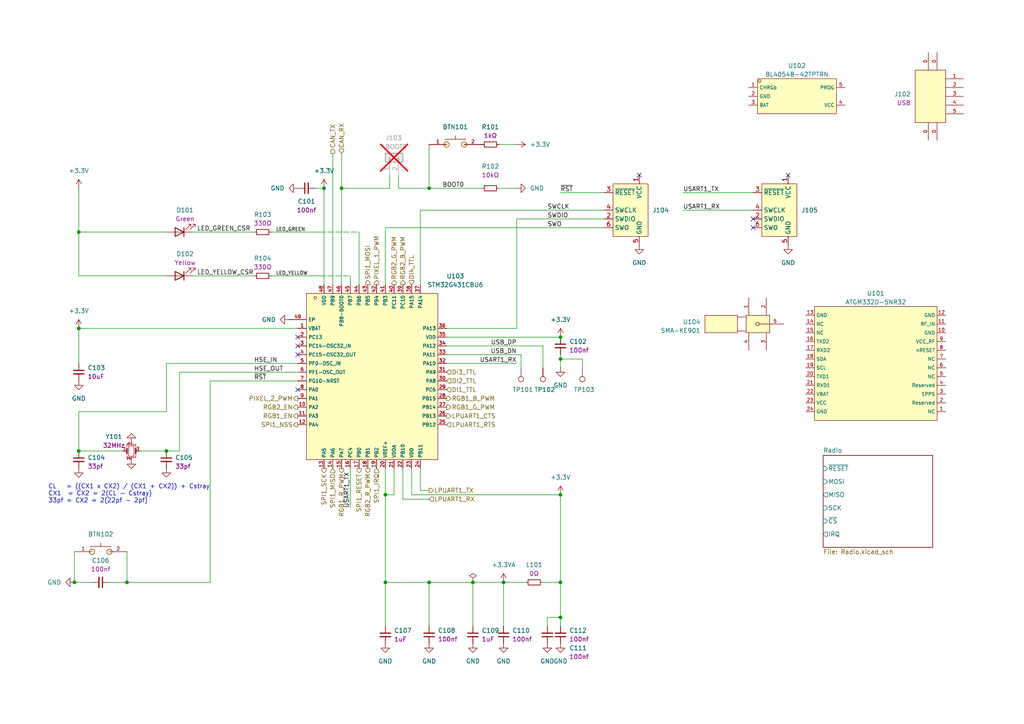
<source format=kicad_sch>
(kicad_sch (version 20230121) (generator eeschema)
  (paper "A4")
  (lib_symbols
    (symbol "Connector:Conn_ARM_SWD_TagConnect_TC2030" (in_bom no)
      (property "Reference" "J" (at 2.54 11.43 0))
      (property "Value" "Conn_ARM_SWD_TagConnect_TC2030" (at 5.08 8.89 0))
      (symbol "Conn_ARM_SWD_TagConnect_TC2030_0_0"
        (pin power_in line (at -2.54 10.16 270) (length 2.54) (name "VCC") (number "1"))
        (pin bidirectional line (at 7.62 -2.54 180) (length 2.54) (name "SWDIO") (number "2"))
        (pin open_collector line (at 7.62 5.08 180) (length 2.54) (name "~{RESET}") (number "3"))
        (pin output line (at 7.62 0 180) (length 2.54) (name "SWCLK") (number "4"))
        (pin power_in line (at -2.54 -10.16 90) (length 2.54) (name "GND") (number "5"))
        (pin input line (at 7.62 -5.08 180) (length 2.54) (name "SWO") (number "6"))
      )
      (symbol "Conn_ARM_SWD_TagConnect_TC2030_0_1"
        (rectangle (start -5.08 7.62) (end 5.08 -7.62) (fill (type background)))
      )
    )
    (symbol "Connector:Conn_ARM_SWD_TagConnect_TC2030-NL" (in_bom no)
      (property "Reference" "J" (at 2.54 11.43 0))
      (property "Value" "Conn_ARM_SWD_TagConnect_TC2030-NL" (at 2.54 8.89 0))
      (symbol "Conn_ARM_SWD_TagConnect_TC2030-NL_0_0"
        (pin power_in line (at -2.54 10.16 270) (length 2.54) (name "VCC") (number "1"))
        (pin bidirectional line (at 7.62 -2.54 180) (length 2.54) (name "SWDIO") (number "2"))
        (pin open_collector line (at 7.62 5.08 180) (length 2.54) (name "~{RESET}") (number "3"))
        (pin output line (at 7.62 0 180) (length 2.54) (name "SWCLK") (number "4"))
        (pin power_in line (at -2.54 -10.16 90) (length 2.54) (name "GND") (number "5"))
        (pin input line (at 7.62 -5.08 180) (length 2.54) (name "SWO") (number "6"))
      )
      (symbol "Conn_ARM_SWD_TagConnect_TC2030-NL_0_1"
        (rectangle (start -5.08 7.62) (end 5.08 -7.62) (fill (type background)))
      )
    )
    (symbol "Connector:TestPoint" (pin_numbers hide) (pin_names (offset 0.762) hide)
      (property "Reference" "TP" (at 0 6.858 0))
      (property "Value" "TestPoint" (at 0 5.08 0))
      (symbol "TestPoint_0_1"
        (circle (center 0 3.302) (radius 0.762))
      )
      (symbol "TestPoint_1_1"
        (pin passive line (at 0 0 90) (length 2.54) (name "1") (number "1"))
      )
    )
    (symbol "Connector_Generic:Conn_01x02" (pin_names (offset 1.016) hide)
      (property "Reference" "J" (at 0 2.54 0))
      (property "Value" "Conn_01x02" (at 0 -5.08 0))
      (symbol "Conn_01x02_1_1"
        (rectangle (start -1.27 -2.413) (end 0 -2.667) (stroke (width 0.1524)))
        (rectangle (start -1.27 0.127) (end 0 -0.127) (stroke (width 0.1524)))
        (rectangle (start -1.27 1.27) (end 1.27 -3.81) (stroke (width 0.254)) (fill (type background)))
        (pin passive line (at -5.08 0 0) (length 3.81) (name "Pin_1") (number "1"))
        (pin passive line (at -5.08 -2.54 0) (length 3.81) (name "Pin_2") (number "2"))
      )
    )
    (symbol "LCSC_Antenna:SMA-KE901" (pin_names hide)
      (property "Reference" "U" (at 0 1.27 0))
      (property "Value" "SMA-KE901" (at 0 -2.54 0))
      (symbol "SMA-KE901_0_1"
        (rectangle (start -15.24 2.54) (end -5.842 -2.54) (fill (type background)))
        (rectangle (start -3.302 2.54) (end 3.556 -2.54) (fill (type background)))
        (polyline (pts (xy -5.842 -2.032) (xy -3.302 -2.032)))
        (polyline (pts (xy -5.842 2.032) (xy -3.302 2.032)))
        (polyline (pts (xy 0.508 0) (xy 2.54 0)))
        (circle (center 0 0) (radius 0.508) (fill (type background)))
        (pin unspecified line (at -2.54 7.62 270) (length 5.08) (name "1") (number "1"))
        (pin unspecified line (at 2.54 7.62 270) (length 5.08) (name "2") (number "2"))
        (pin unspecified line (at 2.54 -7.62 90) (length 5.08) (name "3") (number "3"))
        (pin unspecified line (at -2.54 -7.62 90) (length 5.08) (name "4") (number "4"))
        (pin unspecified line (at 7.62 0 180) (length 5.08) (name "5") (number "5"))
      )
    )
    (symbol "LCSC_BatteryManagement:BL4054B-42TPTRN"
      (property "Reference" "U" (at 0 1.27 0))
      (property "Value" "BL4054B-42TPTRN" (at 0 -2.54 0))
      (symbol "BL4054B-42TPTRN_0_1"
        (rectangle (start -11.43 5.08) (end 11.43 -5.08) (fill (type background)))
        (circle (center -10.795 4.445) (radius 0.381) (fill (type background)))
        (pin unspecified line (at -13.97 2.54 0) (length 2.54) (name "CHRGb") (number "1"))
        (pin unspecified line (at -13.97 0 0) (length 2.54) (name "GND") (number "2"))
        (pin unspecified line (at -13.97 -2.54 0) (length 2.54) (name "BAT") (number "3"))
        (pin unspecified line (at 13.97 -2.54 180) (length 2.54) (name "VCC") (number "4"))
        (pin unspecified line (at 13.97 2.54 180) (length 2.54) (name "PROG") (number "5"))
      )
    )
    (symbol "LCSC_Capacitor:C_0402_100nf_X7R" (pin_numbers hide) (pin_names (offset 0.254) hide) (in_bom no)
      (property "Reference" "C" (at 0.254 1.778 0))
      (property "Capacitance" "100nf" (at 0 0 0))
      (symbol "C_0402_100nf_X7R_0_1"
        (polyline (pts (xy -1.524 -0.508) (xy 1.524 -0.508)) (stroke (width 0.3302)))
        (polyline (pts (xy -1.524 0.508) (xy 1.524 0.508)) (stroke (width 0.3048)))
      )
      (symbol "C_0402_100nf_X7R_1_1"
        (pin passive line (at 0 2.54 270) (length 2.032) (name "~") (number "1"))
        (pin passive line (at 0 -2.54 90) (length 2.032) (name "~") (number "2"))
      )
    )
    (symbol "LCSC_Capacitor:C_0402_1u_X5R" (pin_numbers hide) (pin_names (offset 0.254) hide) (in_bom no)
      (property "Reference" "C" (at 0.254 1.778 0))
      (property "Capacitance" "1uF" (at 0 0 0))
      (symbol "C_0402_1u_X5R_0_1"
        (polyline (pts (xy -1.524 -0.508) (xy 1.524 -0.508)) (stroke (width 0.3302)))
        (polyline (pts (xy -1.524 0.508) (xy 1.524 0.508)) (stroke (width 0.3048)))
      )
      (symbol "C_0402_1u_X5R_1_1"
        (pin passive line (at 0 2.54 270) (length 2.032) (name "~") (number "1"))
        (pin passive line (at 0 -2.54 90) (length 2.032) (name "~") (number "2"))
      )
    )
    (symbol "LCSC_Capacitor:C_0402_33p_C0G" (pin_numbers hide) (pin_names (offset 0.254) hide) (in_bom no)
      (property "Reference" "C" (at 0.254 1.778 0))
      (property "Capacitance" "33pf" (at 0 0 0))
      (symbol "C_0402_33p_C0G_0_1"
        (polyline (pts (xy -1.524 -0.508) (xy 1.524 -0.508)) (stroke (width 0.3302)))
        (polyline (pts (xy -1.524 0.508) (xy 1.524 0.508)) (stroke (width 0.3048)))
      )
      (symbol "C_0402_33p_C0G_1_1"
        (pin passive line (at 0 2.54 270) (length 2.032) (name "~") (number "1"))
        (pin passive line (at 0 -2.54 90) (length 2.032) (name "~") (number "2"))
      )
    )
    (symbol "LCSC_Capacitor:C_0805_10u_X5R" (pin_numbers hide) (pin_names (offset 0.254) hide) (in_bom no)
      (property "Reference" "C" (at 0.254 1.778 0))
      (property "Capacitance" "10uF" (at 0 0 0))
      (symbol "C_0805_10u_X5R_0_1"
        (polyline (pts (xy -1.524 -0.508) (xy 1.524 -0.508)) (stroke (width 0.3302)))
        (polyline (pts (xy -1.524 0.508) (xy 1.524 0.508)) (stroke (width 0.3048)))
      )
      (symbol "C_0805_10u_X5R_1_1"
        (pin passive line (at 0 2.54 270) (length 2.032) (name "~") (number "1"))
        (pin passive line (at 0 -2.54 90) (length 2.032) (name "~") (number "2"))
      )
    )
    (symbol "LCSC_Connector:u-m-m5ss-w-2" (pin_names hide)
      (property "Reference" "USB" (at 0 1.27 0))
      (property "Value" "u-m-m5ss-w-2" (at 0 -2.54 0))
      (symbol "u-m-m5ss-w-2_0_1"
        (rectangle (start -7.62 7.62) (end 1.27 -7.62) (fill (type background)))
        (pin passive line (at -3.81 -12.7 90) (length 5.08) (name "SHLD") (number "0"))
        (pin passive line (at -3.81 12.7 270) (length 5.08) (name "SHLD") (number "0"))
        (pin passive line (at -1.27 -12.7 90) (length 5.08) (name "SHLD") (number "0"))
        (pin passive line (at -1.27 12.7 270) (length 5.08) (name "SHLD") (number "0"))
        (pin passive line (at 6.35 5.08 180) (length 5.08) (name "VCC") (number "1"))
        (pin passive line (at 6.35 2.54 180) (length 5.08) (name "D-") (number "2"))
        (pin passive line (at 6.35 0 180) (length 5.08) (name "D+") (number "3"))
        (pin passive line (at 6.35 -2.54 180) (length 5.08) (name "ID") (number "4"))
        (pin passive line (at 6.35 -5.08 180) (length 5.08) (name "GND") (number "5"))
      )
    )
    (symbol "LCSC_Crystal:32_Mhz" (pin_names (offset 1.016) hide) (in_bom no)
      (property "Reference" "Y" (at 1.27 4.445 0))
      (property "Value" "32_Mhz" (at 1.27 2.54 0))
      (property "Frequency" "32MHz" (at 0 0 0))
      (symbol "32_Mhz_0_1"
        (rectangle (start -0.762 -1.524) (end 0.762 1.524))
        (polyline (pts (xy -1.27 -0.762) (xy -1.27 0.762)) (stroke (width 0.381)))
        (polyline (pts (xy 1.27 -0.762) (xy 1.27 0.762)) (stroke (width 0.381)))
        (polyline (pts (xy -1.27 -1.27) (xy -1.27 -1.905) (xy 1.27 -1.905) (xy 1.27 -1.27)))
        (polyline (pts (xy -1.27 1.27) (xy -1.27 1.905) (xy 1.27 1.905) (xy 1.27 1.27)))
      )
      (symbol "32_Mhz_1_1"
        (pin passive line (at -2.54 0 0) (length 1.27) (name "1") (number "1"))
        (pin passive line (at 0 -2.54 90) (length 0.635) (name "2") (number "2"))
        (pin passive line (at 2.54 0 180) (length 1.27) (name "3") (number "3"))
        (pin passive line (at 0 2.54 270) (length 0.635) (name "4") (number "4"))
      )
    )
    (symbol "LCSC_LED:LED_0603_GREEN" (pin_numbers hide) (pin_names (offset 1.016) hide) (in_bom no)
      (property "Reference" "D" (at 0 2.54 0))
      (property "Color" "Green" (at 0 0 0))
      (symbol "LED_0603_GREEN_0_1"
        (polyline (pts (xy -1.27 -1.27) (xy -1.27 1.27)) (stroke (width 0.254)))
        (polyline (pts (xy -1.27 0) (xy 1.27 0)))
        (polyline (pts (xy 1.27 -1.27) (xy 1.27 1.27) (xy -1.27 0) (xy 1.27 -1.27)) (stroke (width 0.254)))
        (polyline (pts (xy -3.048 -0.762) (xy -4.572 -2.286) (xy -3.81 -2.286) (xy -4.572 -2.286) (xy -4.572 -1.524)))
        (polyline (pts (xy -1.778 -0.762) (xy -3.302 -2.286) (xy -2.54 -2.286) (xy -3.302 -2.286) (xy -3.302 -1.524)))
      )
      (symbol "LED_0603_GREEN_1_1"
        (pin passive line (at -3.81 0 0) (length 2.54) (name "K") (number "1"))
        (pin passive line (at 3.81 0 180) (length 2.54) (name "A") (number "2"))
      )
    )
    (symbol "LCSC_LED:LED_0603_YELLOW" (pin_numbers hide) (pin_names (offset 1.016) hide) (in_bom no)
      (property "Reference" "D" (at 0 2.54 0))
      (property "Color" "Yellow" (at 0 0 0))
      (symbol "LED_0603_YELLOW_0_1"
        (polyline (pts (xy -1.27 -1.27) (xy -1.27 1.27)) (stroke (width 0.254)))
        (polyline (pts (xy -1.27 0) (xy 1.27 0)))
        (polyline (pts (xy 1.27 -1.27) (xy 1.27 1.27) (xy -1.27 0) (xy 1.27 -1.27)) (stroke (width 0.254)))
        (polyline (pts (xy -3.048 -0.762) (xy -4.572 -2.286) (xy -3.81 -2.286) (xy -4.572 -2.286) (xy -4.572 -1.524)))
        (polyline (pts (xy -1.778 -0.762) (xy -3.302 -2.286) (xy -2.54 -2.286) (xy -3.302 -2.286) (xy -3.302 -1.524)))
      )
      (symbol "LED_0603_YELLOW_1_1"
        (pin passive line (at -3.81 0 0) (length 2.54) (name "K") (number "1"))
        (pin passive line (at 3.81 0 180) (length 2.54) (name "A") (number "2"))
      )
    )
    (symbol "LCSC_Microcontroller:ATGM332D-5NR32"
      (property "Reference" "U" (at 0 1.27 0))
      (property "Value" "ATGM332D-5NR32" (at 0 -2.54 0))
      (symbol "ATGM332D-5NR32_0_1"
        (rectangle (start -17.78 17.78) (end 17.78 -15.24) (fill (type background)))
        (pin unspecified line (at 20.32 -12.7 180) (length 2.54) (name "NC") (number "1"))
        (pin unspecified line (at 20.32 10.16 180) (length 2.54) (name "GND") (number "10"))
        (pin unspecified line (at 20.32 12.7 180) (length 2.54) (name "RF_IN") (number "11"))
        (pin unspecified line (at 20.32 15.24 180) (length 2.54) (name "GND") (number "12"))
        (pin unspecified line (at -20.32 15.24 0) (length 2.54) (name "GND") (number "13"))
        (pin unspecified line (at -20.32 12.7 0) (length 2.54) (name "NC") (number "14"))
        (pin unspecified line (at -20.32 10.16 0) (length 2.54) (name "NC") (number "15"))
        (pin unspecified line (at -20.32 7.62 0) (length 2.54) (name "TXD2") (number "16"))
        (pin unspecified line (at -20.32 5.08 0) (length 2.54) (name "RXD2") (number "17"))
        (pin unspecified line (at -20.32 2.54 0) (length 2.54) (name "SDA") (number "18"))
        (pin unspecified line (at -20.32 0 0) (length 2.54) (name "SCL") (number "19"))
        (pin unspecified line (at 20.32 -10.16 180) (length 2.54) (name "Reserved") (number "2"))
        (pin unspecified line (at -20.32 -2.54 0) (length 2.54) (name "TXD1") (number "20"))
        (pin unspecified line (at -20.32 -5.08 0) (length 2.54) (name "RXD1") (number "21"))
        (pin unspecified line (at -20.32 -7.62 0) (length 2.54) (name "VBAT") (number "22"))
        (pin unspecified line (at -20.32 -10.16 0) (length 2.54) (name "VCC") (number "23"))
        (pin unspecified line (at -20.32 -12.7 0) (length 2.54) (name "GND") (number "24"))
        (pin unspecified line (at 20.32 -7.62 180) (length 2.54) (name "1PPS") (number "3"))
        (pin unspecified line (at 20.32 -5.08 180) (length 2.54) (name "Reserved") (number "4"))
        (pin unspecified line (at 20.32 -2.54 180) (length 2.54) (name "NC") (number "5"))
        (pin unspecified line (at 20.32 0 180) (length 2.54) (name "NC") (number "6"))
        (pin unspecified line (at 20.32 2.54 180) (length 2.54) (name "NC") (number "7"))
        (pin unspecified line (at 20.32 5.08 180) (length 2.54) (name "nRESET") (number "8"))
        (pin unspecified line (at 20.32 7.62 180) (length 2.54) (name "VCC_RF") (number "9"))
      )
    )
    (symbol "LCSC_Microcontroller:STM32G431CBU6"
      (property "Reference" "U" (at 0 15.24 0))
      (property "Value" "STM32G431CBU6" (at 0 11.43 0))
      (symbol "STM32G431CBU6_0_1"
        (rectangle (start -20.32 24.13) (end 17.78 -24.13) (fill (type background)))
        (circle (center -17.78 22.86) (radius 0.381) (fill (type background)))
        (pin power_in line (at -22.86 13.97 0) (length 2.54) (name "VBAT") (number "1"))
        (pin bidirectional line (at -22.86 -8.89 0) (length 2.54) (name "PA2") (number "10"))
        (pin bidirectional line (at -22.86 -11.43 0) (length 2.54) (name "PA3") (number "11"))
        (pin bidirectional line (at -22.86 -13.97 0) (length 2.54) (name "PA4") (number "12"))
        (pin bidirectional line (at -15.24 -26.67 90) (length 2.54) (name "PA5") (number "13"))
        (pin bidirectional line (at -12.7 -26.67 90) (length 2.54) (name "PA6") (number "14"))
        (pin bidirectional line (at -10.16 -26.67 90) (length 2.54) (name "PA7") (number "15"))
        (pin bidirectional line (at -7.62 -26.67 90) (length 2.54) (name "PC4") (number "16"))
        (pin bidirectional line (at -5.08 -26.67 90) (length 2.54) (name "PB0") (number "17"))
        (pin bidirectional line (at -2.54 -26.67 90) (length 2.54) (name "PB1") (number "18"))
        (pin bidirectional line (at 0 -26.67 90) (length 2.54) (name "PB2") (number "19"))
        (pin bidirectional line (at -22.86 11.43 0) (length 2.54) (name "PC13") (number "2"))
        (pin power_in line (at 2.54 -26.67 90) (length 2.54) (name "VREF+") (number "20"))
        (pin power_in line (at 5.08 -26.67 90) (length 2.54) (name "VDDA") (number "21"))
        (pin bidirectional line (at 7.62 -26.67 90) (length 2.54) (name "PB10") (number "22"))
        (pin power_in line (at 10.16 -26.67 90) (length 2.54) (name "VDD") (number "23"))
        (pin bidirectional line (at 12.7 -26.67 90) (length 2.54) (name "PB11") (number "24"))
        (pin bidirectional line (at 20.32 -13.97 180) (length 2.54) (name "PB12") (number "25"))
        (pin bidirectional line (at 20.32 -11.43 180) (length 2.54) (name "PB13") (number "26"))
        (pin bidirectional line (at 20.32 -8.89 180) (length 2.54) (name "PB14") (number "27"))
        (pin bidirectional line (at 20.32 -6.35 180) (length 2.54) (name "PB15") (number "28"))
        (pin bidirectional line (at 20.32 -3.81 180) (length 2.54) (name "PC6") (number "29"))
        (pin bidirectional line (at -22.86 8.89 0) (length 2.54) (name "PC14-OSC32_IN") (number "3"))
        (pin bidirectional line (at 20.32 -1.27 180) (length 2.54) (name "PA8") (number "30"))
        (pin bidirectional line (at 20.32 1.27 180) (length 2.54) (name "PA9") (number "31"))
        (pin bidirectional line (at 20.32 3.81 180) (length 2.54) (name "PA10") (number "32"))
        (pin bidirectional line (at 20.32 6.35 180) (length 2.54) (name "PA11") (number "33"))
        (pin bidirectional line (at 20.32 8.89 180) (length 2.54) (name "PA12") (number "34"))
        (pin power_in line (at 20.32 11.43 180) (length 2.54) (name "VDD") (number "35"))
        (pin bidirectional line (at 20.32 13.97 180) (length 2.54) (name "PA13") (number "36"))
        (pin bidirectional line (at 12.7 26.67 270) (length 2.54) (name "PA14") (number "37"))
        (pin bidirectional line (at 10.16 26.67 270) (length 2.54) (name "PA15") (number "38"))
        (pin bidirectional line (at 7.62 26.67 270) (length 2.54) (name "PC10") (number "39"))
        (pin bidirectional line (at -22.86 6.35 0) (length 2.54) (name "PC15-OSC32_OUT") (number "4"))
        (pin bidirectional line (at 5.08 26.67 270) (length 2.54) (name "PC11") (number "40"))
        (pin bidirectional line (at 2.54 26.67 270) (length 2.54) (name "PB3") (number "41"))
        (pin bidirectional line (at 0 26.67 270) (length 2.54) (name "PB4") (number "42"))
        (pin bidirectional line (at -2.54 26.67 270) (length 2.54) (name "PB5") (number "43"))
        (pin bidirectional line (at -5.08 26.67 270) (length 2.54) (name "PB6") (number "44"))
        (pin bidirectional line (at -7.62 26.67 270) (length 2.54) (name "PB7") (number "45"))
        (pin bidirectional line (at -10.16 26.67 270) (length 2.54) (name "PB8-BOOT0") (number "46"))
        (pin bidirectional line (at -12.7 26.67 270) (length 2.54) (name "PB9") (number "47"))
        (pin power_in line (at -15.24 26.67 270) (length 2.54) (name "VDD") (number "48"))
        (pin power_in line (at -25.4 16.51 0) (length 5.08) (name "EP") (number "49"))
        (pin bidirectional line (at -22.86 3.81 0) (length 2.54) (name "PF0-OSC_IN") (number "5"))
        (pin bidirectional line (at -22.86 1.27 0) (length 2.54) (name "PF1-OSC_OUT") (number "6"))
        (pin bidirectional line (at -22.86 -1.27 0) (length 2.54) (name "PG10-NRST") (number "7"))
        (pin bidirectional line (at -22.86 -3.81 0) (length 2.54) (name "PA0") (number "8"))
        (pin bidirectional line (at -22.86 -6.35 0) (length 2.54) (name "PA1") (number "9"))
      )
    )
    (symbol "LCSC_Resistor:R_0402_0" (pin_numbers hide) (pin_names (offset 0.254) hide) (in_bom no)
      (property "Reference" "R" (at 0.762 0.508 0))
      (property "Resistance" "0Ω" (at 0 0 0))
      (symbol "R_0402_0_0_1"
        (rectangle (start -0.762 1.778) (end 0.762 -1.778) (stroke (width 0.2032)))
      )
      (symbol "R_0402_0_1_1"
        (pin passive line (at 0 2.54 270) (length 0.762) (name "~") (number "1"))
        (pin passive line (at 0 -2.54 90) (length 0.762) (name "~") (number "2"))
      )
    )
    (symbol "LCSC_Resistor:R_0402_10k" (pin_numbers hide) (pin_names (offset 0.254) hide) (in_bom no)
      (property "Reference" "R" (at 0.762 0.508 0))
      (property "Resistance" "10kΩ" (at 0 0 0))
      (symbol "R_0402_10k_0_1"
        (rectangle (start -0.762 1.778) (end 0.762 -1.778) (stroke (width 0.2032)))
      )
      (symbol "R_0402_10k_1_1"
        (pin passive line (at 0 2.54 270) (length 0.762) (name "~") (number "1"))
        (pin passive line (at 0 -2.54 90) (length 0.762) (name "~") (number "2"))
      )
    )
    (symbol "LCSC_Resistor:R_0402_1k" (pin_numbers hide) (pin_names (offset 0.254) hide) (in_bom no)
      (property "Reference" "R" (at 0.762 0.508 0))
      (property "Resistance" "1kΩ" (at 0 0 0))
      (symbol "R_0402_1k_0_1"
        (rectangle (start -0.762 1.778) (end 0.762 -1.778) (stroke (width 0.2032)))
      )
      (symbol "R_0402_1k_1_1"
        (pin passive line (at 0 2.54 270) (length 0.762) (name "~") (number "1"))
        (pin passive line (at 0 -2.54 90) (length 0.762) (name "~") (number "2"))
      )
    )
    (symbol "LCSC_Resistor:R_0603_330" (pin_numbers hide) (pin_names (offset 0.254) hide) (in_bom no)
      (property "Reference" "R" (at 0.762 0.508 0))
      (property "Resistance" "330Ω" (at 0 0 0))
      (symbol "R_0603_330_0_1"
        (rectangle (start -0.762 1.778) (end 0.762 -1.778) (stroke (width 0.2032)))
      )
      (symbol "R_0603_330_1_1"
        (pin passive line (at 0 2.54 270) (length 0.762) (name "~") (number "1"))
        (pin passive line (at 0 -2.54 90) (length 0.762) (name "~") (number "2"))
      )
    )
    (symbol "LCSC_Tactile_Switch:GT-TC029B-H025-L1N" (pin_names hide)
      (property "Reference" "BTN" (at 0 3.81 0))
      (property "MPN" "GT-TC029B-H025-L1N" (at 0 0 0))
      (symbol "GT-TC029B-H025-L1N_0_1"
        (circle (center -2.54 0) (radius 0.762) (fill (type background)))
        (polyline (pts (xy -3.048 1.524) (xy 3.048 1.524)))
        (polyline (pts (xy 0 1.524) (xy 0 2.54)))
        (circle (center 2.54 0) (radius 0.762) (fill (type background)))
        (pin passive line (at -7.62 0 0) (length 5.08) (name "1") (number "1"))
        (pin passive line (at 7.62 0 180) (length 5.08) (name "2") (number "2"))
      )
    )
    (symbol "power:+3.3V" (power) (pin_names (offset 0))
      (property "Value" "+3.3V" (at 0 3.556 0))
      (symbol "+3.3V_0_1"
        (polyline (pts (xy -0.762 1.27) (xy 0 2.54)))
        (polyline (pts (xy 0 0) (xy 0 2.54)))
        (polyline (pts (xy 0 2.54) (xy 0.762 1.27)))
      )
      (symbol "+3.3V_1_1"
        (pin power_in line (at 0 0 90) (length 0) hide (name "+3.3V") (number "1"))
      )
    )
    (symbol "power:+3.3VA" (power) (pin_names (offset 0))
      (property "Value" "+3.3VA" (at 0 3.556 0))
      (symbol "+3.3VA_0_1"
        (polyline (pts (xy -0.762 1.27) (xy 0 2.54)))
        (polyline (pts (xy 0 0) (xy 0 2.54)))
        (polyline (pts (xy 0 2.54) (xy 0.762 1.27)))
      )
      (symbol "+3.3VA_1_1"
        (pin power_in line (at 0 0 90) (length 0) hide (name "+3.3VA") (number "1"))
      )
    )
    (symbol "power:GND" (power) (pin_names (offset 0))
      (property "Value" "GND" (at 0 -3.81 0))
      (symbol "GND_0_1"
        (polyline (pts (xy 0 0) (xy 0 -1.27) (xy 1.27 -1.27) (xy 0 -2.54) (xy -1.27 -1.27) (xy 0 -1.27)))
      )
      (symbol "GND_1_1"
        (pin power_in line (at 0 0 270) (length 0) hide (name "GND") (number "1"))
      )
    )
    (symbol "power:PWR_FLAG" (power) (pin_numbers hide) (pin_names (offset 0) hide)
      (property "Value" "PWR_FLAG" (at 0 3.81 0))
      (symbol "PWR_FLAG_0_0"
        (pin power_out line (at 0 0 90) (length 0) (name "pwr") (number "1"))
      )
      (symbol "PWR_FLAG_0_1"
        (polyline (pts (xy 0 0) (xy 0 1.27) (xy -1.016 1.905) (xy 0 2.54) (xy 1.016 1.905) (xy 0 1.27)))
      )
    )
  )
  (junction (at 162.56 168.91))
  (junction (at 124.46 168.91))
  (junction (at 22.86 67.31))
  (junction (at 111.76 168.91))
  (junction (at 162.56 179.07))
  (junction (at 162.56 143.51))
  (junction (at 137.16 168.91))
  (junction (at 99.06 54.61))
  (junction (at 22.86 95.25))
  (junction (at 146.05 168.91))
  (junction (at 111.76 143.51))
  (junction (at 93.98 54.61))
  (junction (at 124.46 54.61))
  (junction (at 36.83 168.91))
  (junction (at 48.26 130.81))
  (junction (at 22.86 130.81))
  (junction (at 21.59 168.91))
  (junction (at 162.56 97.79))
  (junction (at 162.56 104.14))
  (no_connect (at 86.36 100.33))
  (no_connect (at 86.36 102.87))
  (no_connect (at 185.42 50.8))
  (no_connect (at 86.36 97.79))
  (no_connect (at 86.36 113.03))
  (no_connect (at 218.44 63.5))
  (no_connect (at 218.44 66.04))
  (no_connect (at 228.6 50.8))
  (wire (pts (xy 198.12 55.88) (xy 218.44 55.88)))
  (wire (pts (xy 162.56 104.14) (xy 168.91 104.14)))
  (wire (pts (xy 115.57 50.8) (xy 115.57 54.61)))
  (wire (pts (xy 55.88 67.31) (xy 73.66 67.31)))
  (wire (pts (xy 168.91 104.14) (xy 168.91 106.68)))
  (wire (pts (xy 121.92 60.96) (xy 175.26 60.96)))
  (wire (pts (xy 129.54 100.33) (xy 157.48 100.33)))
  (wire (pts (xy 158.75 179.07) (xy 162.56 179.07)))
  (wire (pts (xy 137.16 181.61) (xy 137.16 168.91)))
  (wire (pts (xy 162.56 181.61) (xy 162.56 179.07)))
  (wire (pts (xy 92.71 80.01) (xy 101.6 80.01)) (stroke (width 0) (type dash)))
  (wire (pts (xy 162.56 143.51) (xy 162.56 168.91)))
  (wire (pts (xy 111.76 143.51) (xy 111.76 168.91)))
  (wire (pts (xy 86.36 110.49) (xy 60.96 110.49)))
  (wire (pts (xy 124.46 54.61) (xy 139.7 54.61)))
  (wire (pts (xy 78.74 67.31) (xy 92.71 67.31)))
  (wire (pts (xy 93.98 54.61) (xy 93.98 82.55)))
  (wire (pts (xy 162.56 143.51) (xy 119.38 143.51)))
  (wire (pts (xy 101.6 147.32) (xy 101.6 135.89)))
  (wire (pts (xy 124.46 168.91) (xy 111.76 168.91)))
  (wire (pts (xy 52.07 130.81) (xy 52.07 107.95)))
  (wire (pts (xy 144.78 54.61) (xy 149.86 54.61)))
  (wire (pts (xy 111.76 168.91) (xy 111.76 181.61)))
  (wire (pts (xy 22.86 105.41) (xy 22.86 95.25)))
  (wire (pts (xy 157.48 168.91) (xy 162.56 168.91)))
  (wire (pts (xy 158.75 181.61) (xy 158.75 179.07)))
  (wire (pts (xy 121.92 142.24) (xy 121.92 135.89)))
  (wire (pts (xy 121.92 82.55) (xy 121.92 60.96)))
  (wire (pts (xy 149.86 63.5) (xy 175.26 63.5)))
  (wire (pts (xy 149.86 95.25) (xy 149.86 63.5)))
  (wire (pts (xy 21.59 160.02) (xy 21.59 168.91)))
  (wire (pts (xy 129.54 97.79) (xy 162.56 97.79)))
  (wire (pts (xy 99.06 44.45) (xy 99.06 54.61)))
  (wire (pts (xy 104.14 67.31) (xy 104.14 82.55)))
  (wire (pts (xy 22.86 130.81) (xy 35.56 130.81)))
  (wire (pts (xy 144.78 41.91) (xy 149.86 41.91)))
  (wire (pts (xy 124.46 144.78) (xy 116.84 144.78)))
  (wire (pts (xy 52.07 107.95) (xy 86.36 107.95)))
  (wire (pts (xy 111.76 66.04) (xy 111.76 82.55)))
  (wire (pts (xy 48.26 105.41) (xy 86.36 105.41)))
  (wire (pts (xy 162.56 106.68) (xy 162.56 104.14)))
  (wire (pts (xy 162.56 179.07) (xy 162.56 168.91)))
  (wire (pts (xy 22.86 119.38) (xy 48.26 119.38)))
  (wire (pts (xy 22.86 130.81) (xy 22.86 119.38)))
  (wire (pts (xy 119.38 143.51) (xy 119.38 135.89)))
  (wire (pts (xy 175.26 66.04) (xy 111.76 66.04)))
  (wire (pts (xy 157.48 100.33) (xy 157.48 106.68)))
  (wire (pts (xy 36.83 160.02) (xy 36.83 168.91)))
  (wire (pts (xy 124.46 142.24) (xy 121.92 142.24)))
  (wire (pts (xy 115.57 54.61) (xy 124.46 54.61)))
  (wire (pts (xy 60.96 168.91) (xy 36.83 168.91)))
  (wire (pts (xy 129.54 95.25) (xy 149.86 95.25)))
  (wire (pts (xy 60.96 110.49) (xy 60.96 168.91)))
  (wire (pts (xy 48.26 105.41) (xy 48.26 119.38)))
  (wire (pts (xy 111.76 143.51) (xy 114.3 143.51)))
  (wire (pts (xy 22.86 67.31) (xy 48.26 67.31)))
  (wire (pts (xy 146.05 181.61) (xy 146.05 168.91)))
  (wire (pts (xy 55.88 80.01) (xy 73.66 80.01)))
  (wire (pts (xy 111.76 135.89) (xy 111.76 143.51)))
  (wire (pts (xy 162.56 104.14) (xy 162.56 102.87)))
  (wire (pts (xy 93.98 54.61) (xy 91.44 54.61)))
  (wire (pts (xy 146.05 168.91) (xy 137.16 168.91)))
  (wire (pts (xy 36.83 168.91) (xy 31.75 168.91)))
  (wire (pts (xy 78.74 80.01) (xy 92.71 80.01)))
  (wire (pts (xy 116.84 135.89) (xy 116.84 144.78)))
  (wire (pts (xy 151.13 106.68) (xy 151.13 102.87)))
  (wire (pts (xy 101.6 80.01) (xy 101.6 82.55)))
  (wire (pts (xy 92.71 67.31) (xy 104.14 67.31)) (stroke (width 0) (type dash)))
  (wire (pts (xy 22.86 54.61) (xy 22.86 67.31)))
  (wire (pts (xy 146.05 168.91) (xy 152.4 168.91)))
  (wire (pts (xy 96.52 44.45) (xy 96.52 82.55)))
  (wire (pts (xy 137.16 168.91) (xy 124.46 168.91)))
  (wire (pts (xy 22.86 80.01) (xy 48.26 80.01)))
  (wire (pts (xy 40.64 130.81) (xy 48.26 130.81)))
  (wire (pts (xy 48.26 130.81) (xy 52.07 130.81)))
  (wire (pts (xy 113.03 50.8) (xy 113.03 54.61)))
  (wire (pts (xy 162.56 55.88) (xy 175.26 55.88)))
  (wire (pts (xy 218.44 60.96) (xy 198.12 60.96)))
  (wire (pts (xy 99.06 54.61) (xy 99.06 82.55)))
  (wire (pts (xy 124.46 41.91) (xy 124.46 54.61)))
  (wire (pts (xy 22.86 95.25) (xy 86.36 95.25)))
  (wire (pts (xy 22.86 67.31) (xy 22.86 80.01)))
  (wire (pts (xy 21.59 168.91) (xy 26.67 168.91)))
  (wire (pts (xy 124.46 181.61) (xy 124.46 168.91)))
  (wire (pts (xy 99.06 54.61) (xy 113.03 54.61)))
  (wire (pts (xy 114.3 135.89) (xy 114.3 143.51)))
  (wire (pts (xy 129.54 102.87) (xy 151.13 102.87)))
  (wire (pts (xy 129.54 105.41) (xy 149.86 105.41)))
  (text "CL   = ((CX1 x CX2) / (CX1 + CX2)) + Cstray\nCX1  = CX2 = 2(CL - Cstray)\n33pf = CX2 = 2(22pf - 2pf)" (at 13.97 146.05 0) (effects (font (size 1.27 1.27)) (justify left bottom)))
  (label "LED_YELLOW" (at 80.01 80.01 0) (effects (font (size 1 1))) (property "Netclass" "GPIO" (effects hide)))
  (label "USART1_RX" (at 198.12 60.96 0) (property "Netclass" "UART" (effects hide)))
  (label "LED_GREEN_CSR" (at 57.15 67.31 0) (property "Netclass" "GPIO" (effects hide)))
  (label "HSE_IN" (at 73.66 105.41 0))
  (label "~{RST}" (at 162.56 55.88 0) (property "Netclass" "GPIO" (effects hide)))
  (label "USART1_RX" (at 149.86 105.41 180))
  (label "USB_DP" (at 149.86 100.33 180) (property "Netclass" "USB" (effects hide)))
  (label "USART1_TX" (at 101.6 147.32 90))
  (label "USART1_TX" (at 198.12 55.88 0) (property "Netclass" "UART" (effects hide)))
  (label "SWCLK" (at 158.75 60.96 0) (property "Netclass" "SPI" (effects hide)))
  (label "USB_DN" (at 149.86 102.87 180) (property "Netclass" "USB" (effects hide)))
  (label "LED_GREEN" (at 80.01 67.31 0) (effects (font (size 1 1))) (property "Netclass" "GPIO" (effects hide)))
  (label "BOOT0" (at 134.62 54.61 180) (property "Netclass" "GPIO" (effects hide)))
  (label "LED_YELLOW_CSR" (at 57.15 80.01 0) (property "Netclass" "GPIO" (effects hide)))
  (label "HSE_OUT" (at 73.66 107.95 0))
  (label "~{RST}" (at 73.66 110.49 0))
  (label "SWO" (at 158.75 66.04 0) (property "Netclass" "SPI" (effects hide)))
  (label "SWDIO" (at 158.75 63.5 0) (property "Netclass" "SPI" (effects hide)))
  (hierarchical_label "SPI1_SCK" (shape output) (at 93.98 135.89 270))
  (hierarchical_label "LPUART1_RX" (shape input) (at 124.46 144.78 0))
  (hierarchical_label "DI4_TTL" (shape input) (at 119.38 82.55 90))
  (hierarchical_label "DI3_TTL" (shape input) (at 129.54 107.95 0))
  (hierarchical_label "PIXEL_2_PWM" (shape output) (at 86.36 115.57 180))
  (hierarchical_label "SPI1_NSS" (shape output) (at 86.36 123.19 180))
  (hierarchical_label "LPUART1_CTS" (shape output) (at 129.54 120.65 0))
  (hierarchical_label "SPI1_MOSI" (shape output) (at 106.68 82.55 90))
  (hierarchical_label "RGB2_EN" (shape output) (at 86.36 118.11 180))
  (hierarchical_label "RGB2_B_PWM" (shape output) (at 116.84 82.55 90))
  (hierarchical_label "RGB1_R_PWM" (shape output) (at 99.06 135.89 270))
  (hierarchical_label "RGB2_R_PWM" (shape output) (at 106.68 135.89 270))
  (hierarchical_label "CAN_TX" (shape output) (at 96.52 44.45 90))
  (hierarchical_label "RGB1_EN" (shape output) (at 86.36 120.65 180))
  (hierarchical_label "LPUART1_RTS" (shape input) (at 129.54 123.19 0))
  (hierarchical_label "CAN_RX" (shape input) (at 99.06 44.45 90))
  (hierarchical_label "RGB2_G_PWM" (shape output) (at 114.3 82.55 90))
  (hierarchical_label "DI2_TTL" (shape input) (at 129.54 110.49 0))
  (hierarchical_label "RGB1_G_PWM" (shape output) (at 129.54 118.11 0))
  (hierarchical_label "SPI1_MISO" (shape input) (at 96.52 135.89 270))
  (hierarchical_label "DI1_TTL" (shape input) (at 129.54 113.03 0))
  (hierarchical_label "SPI1_IRQ" (shape input) (at 109.22 135.89 270))
  (hierarchical_label "LPUART1_TX" (shape output) (at 124.46 142.24 0))
  (hierarchical_label "SPI1_RESET" (shape output) (at 104.14 135.89 270))
  (hierarchical_label "PIXEL_1_PWM" (shape output) (at 109.22 82.55 90))
  (hierarchical_label "RGB1_B_PWM" (shape output) (at 129.54 115.57 0))
  (symbol (lib_id "LCSC_Resistor:R_0402_10k") (at 142.24 54.61 90) (unit 1)
    (property "Reference" "R102" (at 142.24 48.26 90))
    (property "Value" "R_0402_10k" (effects hide))
    (property "Footprint" "Resistor_SMD:R_0402_1005Metric" (effects hide))
    (property "Datasheet" "https://datasheet.lcsc.com/lcsc/2109301330_Viking-Tech-ARG02BTC1002_C2902636.pdf" (effects hide))
    (property "MPN" "ARG02BTC1002" (effects hide))
    (property "LCSC" "C2902636" (effects hide))
    (property "Resistance" "10kΩ" (at 142.24 50.8 90))
  )
  (symbol (lib_id "power:PWR_FLAG") (at 137.16 168.91 0) (unit 1)
    (property "Reference" "#FLG0101" (effects hide))
    (property "Value" "PWR_FLAG" (effects hide))
  )
  (symbol (lib_id "power:+3.3V") (at 22.86 54.61 0) (unit 1)
    (property "Reference" "#PWR0102" (effects hide))
    (property "Value" "+3.3V" (at 22.86 49.53 0))
  )
  (symbol (lib_id "power:GND") (at 228.6 71.12 0) (unit 1)
    (property "Reference" "#PWR0107" (effects hide))
    (property "Value" "GND" (at 228.6 76.2 0))
  )
  (symbol (lib_id "LCSC_Capacitor:C_0402_33p_C0G") (at 48.26 133.35 0) (unit 1)
    (property "Reference" "C105" (at 50.8 132.7213 0) (effects (justify left)))
    (property "Value" "C_0402_33p_C0G" (effects hide))
    (property "Footprint" "Capacitor_SMD:C_0402_1005Metric" (effects hide))
    (property "Datasheet" "https://datasheet.lcsc.com/lcsc/1811081610_Murata-Electronics-GJM1555C1H330GB01D_C76905.pdf" (effects hide))
    (property "Capacitance" "33pf" (at 50.8 135.2613 0) (effects (justify left)))
    (property "LCSC" "C76905" (effects hide))
    (property "Voltage" "50V" (effects hide))
    (property "Tolerance" "2%" (effects hide))
    (property "Temperature" "C0G" (effects hide))
  )
  (symbol (lib_id "power:GND") (at 38.1 128.27 180) (unit 1)
    (property "Reference" "#PWR0113" (effects hide))
    (property "Value" "GND" (effects hide))
  )
  (symbol (lib_id "Connector:TestPoint") (at 151.13 106.68 180) (unit 1) (in_bom no)
    (property "Reference" "TP101" (at 148.59 113.03 0) (effects (justify right)))
    (property "Value" "DN" (effects hide))
    (property "Footprint" "TestPoint:TestPoint_Pad_D1.0mm" (effects hide))
  )
  (symbol (lib_id "LCSC_Resistor:R_0603_330") (at 76.2 67.31 90) (unit 1)
    (property "Reference" "R103" (at 76.2 62.23 90))
    (property "Value" "R_0603_330" (effects hide))
    (property "Footprint" "Resistor_SMD:R_0603_1608Metric" (effects hide))
    (property "Datasheet" "https://datasheet.lcsc.com/lcsc/2204130915_YAGEO-RT0603BRD07330RL_C861328.pdf" (effects hide))
    (property "LCSC" "C861328" (effects hide))
    (property "MPN" "RT0603BRD07330RL" (effects hide))
    (property "Resistance" "330Ω" (at 76.2 64.77 90))
  )
  (symbol (lib_id "LCSC_Resistor:R_0603_330") (at 76.2 80.01 90) (unit 1)
    (property "Reference" "R104" (at 76.2 74.93 90))
    (property "Value" "R_0603_330" (effects hide))
    (property "Footprint" "Resistor_SMD:R_0603_1608Metric" (effects hide))
    (property "Datasheet" "https://datasheet.lcsc.com/lcsc/2204130915_YAGEO-RT0603BRD07330RL_C861328.pdf" (effects hide))
    (property "LCSC" "C861328" (effects hide))
    (property "MPN" "RT0603BRD07330RL" (effects hide))
    (property "Resistance" "330Ω" (at 76.2 77.47 90))
  )
  (symbol (lib_id "LCSC_Capacitor:C_0402_100nf_X7R") (at 162.56 100.33 0) (unit 1)
    (property "Reference" "C102" (at 165.1 99.0662 0) (effects (justify left)))
    (property "Value" "C_0402_100nf_X7R" (effects hide))
    (property "Footprint" "Capacitor_SMD:C_0402_1005Metric" (effects hide))
    (property "Datasheet" "https://datasheet.lcsc.com/lcsc/1811141731_FH--Guangdong-Fenghua-Advanced-Tech-0402B104K500NT_C110251.pdf" (effects hide))
    (property "MPN" "0402B104K500NT" (effects hide))
    (property "LCSC" "C110251" (effects hide))
    (property "Capacitance" "100nf" (at 165.1 101.6062 0) (effects (justify left)))
    (property "Voltage" "50V" (effects hide))
    (property "Temperature" "X7R" (effects hide))
  )
  (symbol (lib_id "LCSC_Resistor:R_0402_1k") (at 142.24 41.91 90) (unit 1)
    (property "Reference" "R101" (at 142.24 36.83 90))
    (property "Value" "R_0402_1k" (effects hide))
    (property "Footprint" "Resistor_SMD:R_0402_1005Metric" (effects hide))
    (property "Datasheet" "https://datasheet.lcsc.com/lcsc/2004211032_Resistor-Today-PTFR0402B1K00P9_C478866.pdf" (effects hide))
    (property "MPN" "PTFR0402B1K00P9" (effects hide))
    (property "LCSC" "C478866" (effects hide))
    (property "Resistance" "1kΩ" (at 142.24 39.37 90))
  )
  (symbol (lib_id "power:GND") (at 38.1 133.35 0) (unit 1)
    (property "Reference" "#PWR0114" (effects hide))
    (property "Value" "GND" (effects hide))
  )
  (symbol (lib_id "power:GND") (at 185.42 71.12 0) (unit 1)
    (property "Reference" "#PWR0106" (effects hide))
    (property "Value" "GND" (at 185.42 76.2 0))
  )
  (symbol (lib_id "Connector:TestPoint") (at 157.48 106.68 180) (unit 1) (in_bom no)
    (property "Reference" "TP102" (at 154.94 113.03 0) (effects (justify right)))
    (property "Value" "DP" (effects hide))
    (property "Footprint" "TestPoint:TestPoint_Pad_D1.0mm" (effects hide))
  )
  (symbol (lib_id "power:+3.3V") (at 93.98 54.61 0) (unit 1)
    (property "Reference" "#PWR0104" (effects hide))
    (property "Value" "+3.3V" (at 93.98 49.53 0))
  )
  (symbol (lib_id "LCSC_Tactile_Switch:GT-TC029B-H025-L1N") (at 132.08 41.91 0) (unit 1)
    (property "Reference" "BTN101" (at 132.08 36.83 0))
    (property "Value" "GT-TC029B-H025-L1N" (effects hide))
    (property "Footprint" "Button:SW-SMD_L3.9-W3.0-P4.45" (effects hide))
    (property "Datasheet" "https://datasheet.lcsc.com/lcsc/2010142035_G-Switch-GT-TC029B-H025-L1N_C843669.pdf" (effects hide))
    (property "LCSC" "C843669" (effects hide))
    (property "MPN" "GT-TC029B-H025-L1N" (effects hide))
  )
  (symbol (lib_id "LCSC_Capacitor:C_0402_1u_X5R") (at 111.76 184.15 0) (unit 1)
    (property "Reference" "C107" (at 114.3 182.8862 0) (effects (justify left)))
    (property "Value" "C_0402_1u_X5R" (effects hide))
    (property "Footprint" "Capacitor_SMD:C_0402_1005Metric" (effects hide))
    (property "Datasheet" "https://datasheet.lcsc.com/lcsc/1810252040_Samsung-Electro-Mechanics-CL05A105KL5NRNC_C307413.pdf" (effects hide))
    (property "MPN" "CL05A105KL5NRNC" (effects hide))
    (property "LCSC" "C307413" (effects hide))
    (property "Capacitance" "1uF" (at 114.3 185.4262 0) (effects (justify left)))
    (property "Voltage" "35V" (effects hide))
    (property "Temperature" "X5R" (effects hide))
  )
  (symbol (lib_id "power:GND") (at 21.59 168.91 270) (unit 1)
    (property "Reference" "#PWR0118" (effects hide))
    (property "Value" "GND" (at 17.78 168.9099 90) (effects (justify right)))
  )
  (symbol (lib_id "power:+3.3V") (at 162.56 97.79 0) (unit 1)
    (property "Reference" "#PWR0110" (effects hide))
    (property "Value" "+3.3V" (at 162.56 92.71 0))
  )
  (symbol (lib_id "LCSC_Capacitor:C_0402_100nf_X7R") (at 29.21 168.91 270) (unit 1)
    (property "Reference" "C106" (at 29.2036 162.56 90))
    (property "Value" "C_0402_100nf_X7R" (effects hide))
    (property "Footprint" "Capacitor_SMD:C_0402_1005Metric" (effects hide))
    (property "Datasheet" "https://datasheet.lcsc.com/lcsc/1811141731_FH--Guangdong-Fenghua-Advanced-Tech-0402B104K500NT_C110251.pdf" (effects hide))
    (property "MPN" "0402B104K500NT" (effects hide))
    (property "LCSC" "C110251" (effects hide))
    (property "Capacitance" "100nf" (at 29.2036 165.1 90))
    (property "Voltage" "50V" (effects hide))
    (property "Temperature" "X7R" (effects hide))
  )
  (symbol (lib_id "power:GND") (at 149.86 54.61 90) (unit 1)
    (property "Reference" "#PWR0105" (effects hide))
    (property "Value" "GND" (at 153.67 54.61 90) (effects (justify right)))
  )
  (symbol (lib_id "power:+3.3V") (at 149.86 41.91 270) (unit 1)
    (property "Reference" "#PWR0101" (effects hide))
    (property "Value" "+3.3V" (at 153.67 41.91 90) (effects (justify left)))
  )
  (symbol (lib_id "LCSC_Microcontroller:STM32G431CBU6") (at 109.22 109.22 0) (unit 1)
    (property "Reference" "U103" (at 132.08 80.0782 0))
    (property "Value" "STM32G431CBU6" (at 132.08 82.6182 0))
    (property "Footprint" "LCSC_Microcontroller:QFN50P700X700X60-49N" (effects hide))
    (property "Datasheet" "https://www.st.com/resource/en/datasheet/stm32g0b1ce.pdf" (effects hide))
    (property "LCSC" "C529356" (effects hide))
    (property "MPN" "STM32G431CBU6" (effects hide))
  )
  (symbol (lib_id "LCSC_Crystal:32_Mhz") (at 38.1 130.81 0) (unit 1)
    (property "Reference" "Y101" (at 33.02 126.6698 0))
    (property "Value" "32_Mhz" (effects hide))
    (property "Footprint" "Crystal:Crystal_SMD_3225-4Pin_3.2x2.5mm" (effects hide))
    (property "Datasheet" "https://datasheet.lcsc.com/lcsc/2208241730_TAE-Zhejiang-Abel-Elec-TAXM32M4RLBCDT2T_C5143379.pdf" (effects hide))
    (property "MPN" "TAXM32M4RLBCDT2T" (effects hide))
    (property "LCSC" "C5143379" (effects hide))
    (property "Frequency" "32MHz" (at 33.02 129.2098 0))
  )
  (symbol (lib_id "power:GND") (at 158.75 186.69 0) (unit 1)
    (property "Reference" "#PWR0124" (effects hide))
    (property "Value" "GND" (at 158.75 191.77 0))
  )
  (symbol (lib_id "LCSC_Capacitor:C_0402_33p_C0G") (at 22.86 133.35 0) (unit 1)
    (property "Reference" "C104" (at 25.4 132.7213 0) (effects (justify left)))
    (property "Value" "C_0402_33p_C0G" (effects hide))
    (property "Footprint" "Capacitor_SMD:C_0402_1005Metric" (effects hide))
    (property "Datasheet" "https://datasheet.lcsc.com/lcsc/1811081610_Murata-Electronics-GJM1555C1H330GB01D_C76905.pdf" (effects hide))
    (property "Capacitance" "33pf" (at 25.4 135.2613 0) (effects (justify left)))
    (property "LCSC" "C76905" (effects hide))
    (property "Voltage" "50V" (effects hide))
    (property "Tolerance" "2%" (effects hide))
    (property "Temperature" "C0G" (effects hide))
  )
  (symbol (lib_id "LCSC_Resistor:R_0402_0") (at 154.94 168.91 90) (unit 1)
    (property "Reference" "L101" (at 154.94 163.83 90))
    (property "Value" "R_0402_0" (effects hide))
    (property "Footprint" "Resistor_SMD:R_0402_1005Metric" (effects hide))
    (property "Datasheet" "https://datasheet.lcsc.com/lcsc/1811081418_RALEC-RTT020000FTH_C102745.pdf" (effects hide))
    (property "MPN" "RTT020000FTH" (effects hide))
    (property "LCSC" "C102745" (effects hide))
    (property "Resistance" "0Ω" (at 154.94 166.37 90))
  )
  (symbol (lib_id "power:GND") (at 162.56 106.68 0) (unit 1)
    (property "Reference" "#PWR0111" (effects hide))
    (property "Value" "GND" (at 162.56 111.76 0))
  )
  (symbol (lib_id "LCSC_Tactile_Switch:GT-TC029B-H025-L1N") (at 29.21 160.02 0) (unit 1)
    (property "Reference" "BTN102" (at 29.21 154.94 0))
    (property "Value" "GT-TC029B-H025-L1N" (effects hide))
    (property "Footprint" "Button:SW-SMD_L3.9-W3.0-P4.45" (effects hide))
    (property "Datasheet" "https://datasheet.lcsc.com/lcsc/2010142035_G-Switch-GT-TC029B-H025-L1N_C843669.pdf" (effects hide))
    (property "LCSC" "C843669" (effects hide))
    (property "MPN" "GT-TC029B-H025-L1N" (effects hide))
  )
  (symbol (lib_id "power:GND") (at 86.36 54.61 270) (unit 1)
    (property "Reference" "#PWR0103" (effects hide))
    (property "Value" "GND" (at 82.55 54.6099 90) (effects (justify right)))
  )
  (symbol (lib_id "Connector:TestPoint") (at 168.91 106.68 180) (unit 1) (in_bom no)
    (property "Reference" "TP103" (at 166.37 113.03 0) (effects (justify right)))
    (property "Value" "GND" (effects hide))
    (property "Footprint" "TestPoint:TestPoint_Pad_D1.0mm" (effects hide))
  )
  (symbol (lib_id "LCSC_Antenna:SMA-KE901") (at 219.71 93.98 0) (unit 1)
    (property "Reference" "U104" (at 203.2 93.345 0) (effects (justify right)))
    (property "Value" "SMA-KE901" (at 203.2 95.885 0) (effects (justify right)))
    (property "Footprint" "LCSC_Antenna:SMA-TH_SMA-KE901" (effects hide))
    (property "Datasheet" "https://item.szlcsc.com/985460.html?ref=editor&logined=true" (effects hide))
    (property "LCSC" "C914559" (effects hide))
  )
  (symbol (lib_id "LCSC_LED:LED_0603_YELLOW") (at 52.07 80.01 180) (unit 1)
    (property "Reference" "D102" (at 53.6575 73.66 0))
    (property "Value" "LED_0603_YELLOW" (effects hide))
    (property "Footprint" "LED_SMD:LED_0603_1608Metric" (effects hide))
    (property "Datasheet" "https://datasheet.lcsc.com/lcsc/1810101813_Everlight-Elec-19-213-Y2C-CQ2R2L-3T-CY_C72038.pdf" (effects hide))
    (property "MPN" "19-213/Y2C-CQ2R2L/3T(CY)" (effects hide))
    (property "LCSC" "C72038" (effects hide))
    (property "Color" "Yellow" (at 53.6575 76.2 0))
  )
  (symbol (lib_id "power:GND") (at 48.26 135.89 0) (unit 1)
    (property "Reference" "#PWR0116" (effects hide))
    (property "Value" "GND" (effects hide))
  )
  (symbol (lib_id "power:GND") (at 22.86 110.49 0) (unit 1)
    (property "Reference" "#PWR0112" (effects hide))
    (property "Value" "GND" (at 22.86 115.57 0))
  )
  (symbol (lib_id "power:GND") (at 137.16 186.69 0) (unit 1)
    (property "Reference" "#PWR0122" (effects hide))
    (property "Value" "GND" (at 137.16 191.77 0))
  )
  (symbol (lib_id "power:+3.3V") (at 22.86 95.25 0) (unit 1)
    (property "Reference" "#PWR0109" (effects hide))
    (property "Value" "+3.3V" (at 22.86 90.17 0))
  )
  (symbol (lib_id "power:GND") (at 83.82 92.71 270) (unit 1)
    (property "Reference" "#PWR0108" (effects hide))
    (property "Value" "GND" (at 80.01 92.7099 90) (effects (justify right)))
  )
  (symbol (lib_id "LCSC_Capacitor:C_0402_100nf_X7R") (at 162.56 184.15 180) (unit 1)
    (property "Reference" "C112" (at 165.1 182.8735 0) (effects (justify right)))
    (property "Value" "C_0402_100nf_X7R" (effects hide))
    (property "Footprint" "Capacitor_SMD:C_0402_1005Metric" (effects hide))
    (property "Datasheet" "https://datasheet.lcsc.com/lcsc/1811141731_FH--Guangdong-Fenghua-Advanced-Tech-0402B104K500NT_C110251.pdf" (effects hide))
    (property "MPN" "0402B104K500NT" (effects hide))
    (property "LCSC" "C110251" (effects hide))
    (property "Capacitance" "100nf" (at 165.1 185.4135 0) (effects (justify right)))
    (property "Voltage" "50V" (effects hide))
    (property "Temperature" "X7R" (effects hide))
  )
  (symbol (lib_id "power:+3.3VA") (at 146.05 168.91 0) (unit 1)
    (property "Reference" "#PWR0119" (effects hide))
    (property "Value" "+3.3VA" (at 146.05 163.83 0))
  )
  (symbol (lib_id "power:GND") (at 162.56 186.69 0) (unit 1)
    (property "Reference" "#PWR0125" (effects hide))
    (property "Value" "GND" (at 162.56 191.77 0))
  )
  (symbol (lib_id "power:GND") (at 22.86 135.89 0) (unit 1)
    (property "Reference" "#PWR0115" (effects hide))
    (property "Value" "GND" (effects hide))
  )
  (symbol (lib_id "power:+3.3V") (at 162.56 143.51 0) (unit 1)
    (property "Reference" "#PWR0117" (effects hide))
    (property "Value" "+3.3V" (at 162.56 138.43 0))
  )
  (symbol (lib_id "LCSC_BatteryManagement:BL4054B-42TPTRN") (at 231.14 27.94 0) (unit 1)
    (property "Reference" "U102" (at 231.14 19.05 0))
    (property "Value" "BL4054B-42TPTRN" (at 231.14 21.59 0))
    (property "Footprint" "Package_TO_SOT_SMD:SOT-23-5" (effects hide))
    (property "Datasheet" "https://item.szlcsc.com/233411.html" (effects hide))
    (property "LCSC" "C194062" (effects hide))
  )
  (symbol (lib_id "LCSC_Capacitor:C_0805_10u_X5R") (at 22.86 107.95 0) (unit 1)
    (property "Reference" "C103" (at 25.4 106.6862 0) (effects (justify left)))
    (property "Value" "C_0805_10u_X5R" (effects hide))
    (property "Footprint" "Capacitor_SMD:C_0805_2012Metric" (effects hide))
    (property "Datasheet" "https://datasheet.lcsc.com/lcsc/1810201234_Murata-Electronics-GRM21BR6YA106KE43L_C162422.pdf" (effects hide))
    (property "Capacitance" "10uF" (at 25.4 109.2262 0) (effects (justify left)))
    (property "LCSC" "C162422" (effects hide))
    (property "MPN" "GRM21BR6YA106KE43L" (effects hide))
    (property "Voltage" "35V" (effects hide))
    (property "Tolerance" "10%" (effects hide))
    (property "Temperature" "X5R" (effects hide))
  )
  (symbol (lib_id "LCSC_Capacitor:C_0402_100nf_X7R") (at 124.46 184.15 180) (unit 1)
    (property "Reference" "C108" (at 127 182.8735 0) (effects (justify right)))
    (property "Value" "C_0402_100nf_X7R" (effects hide))
    (property "Footprint" "Capacitor_SMD:C_0402_1005Metric" (effects hide))
    (property "Datasheet" "https://datasheet.lcsc.com/lcsc/1811141731_FH--Guangdong-Fenghua-Advanced-Tech-0402B104K500NT_C110251.pdf" (effects hide))
    (property "MPN" "0402B104K500NT" (effects hide))
    (property "LCSC" "C110251" (effects hide))
    (property "Capacitance" "100nf" (at 127 185.4135 0) (effects (justify right)))
    (property "Voltage" "50V" (effects hide))
    (property "Temperature" "X7R" (effects hide))
  )
  (symbol (lib_id "LCSC_Capacitor:C_0402_100nf_X7R") (at 158.75 184.15 180) (unit 1)
    (property "Reference" "C111" (at 165.1 187.9535 0) (effects (justify right)))
    (property "Value" "C_0402_100nf_X7R" (effects hide))
    (property "Footprint" "Capacitor_SMD:C_0402_1005Metric" (effects hide))
    (property "Datasheet" "https://datasheet.lcsc.com/lcsc/1811141731_FH--Guangdong-Fenghua-Advanced-Tech-0402B104K500NT_C110251.pdf" (effects hide))
    (property "MPN" "0402B104K500NT" (effects hide))
    (property "LCSC" "C110251" (effects hide))
    (property "Capacitance" "100nf" (at 165.1 190.4935 0) (effects (justify right)))
    (property "Voltage" "50V" (effects hide))
    (property "Temperature" "X7R" (effects hide))
  )
  (symbol (lib_id "power:GND") (at 146.05 186.69 0) (unit 1)
    (property "Reference" "#PWR0123" (effects hide))
    (property "Value" "GND" (at 146.05 191.77 0))
  )
  (symbol (lib_id "LCSC_Microcontroller:ATGM332D-5NR32") (at 254 106.68 0) (unit 1)
    (property "Reference" "U101" (at 254 85.09 0))
    (property "Value" "ATGM332D-5NR32" (at 254 87.63 0))
    (property "Footprint" "LCSC_Microcontroller:GSM-SMD_ATGM332D-5N11" (effects hide))
    (property "Datasheet" "https://item.szlcsc.com/139945.html" (effects hide))
    (property "LCSC" "C3037611" (effects hide))
  )
  (symbol (lib_id "LCSC_Connector:u-m-m5ss-w-2") (at 273.05 27.94 0) (unit 1)
    (property "Reference" "J102" (at 264.16 27.305 0) (effects (justify right)))
    (property "Value" "u-m-m5ss-w-2" (effects hide))
    (property "Footprint" "LCSC_Connector:MICRO-USB-SMD_MICRO-USB-13" (effects hide))
    (property "Datasheet" "https://item.szlcsc.com/92333.html" (effects hide))
    (property "LCSC" "C91144" (effects hide))
    (property "USB" "USB" (at 264.16 29.845 0) (effects (justify right)))
  )
  (symbol (lib_id "LCSC_Capacitor:C_0402_1u_X5R") (at 137.16 184.15 0) (unit 1)
    (property "Reference" "C109" (at 139.7 182.8862 0) (effects (justify left)))
    (property "Value" "C_0402_1u_X5R" (effects hide))
    (property "Footprint" "Capacitor_SMD:C_0402_1005Metric" (effects hide))
    (property "Datasheet" "https://datasheet.lcsc.com/lcsc/1810252040_Samsung-Electro-Mechanics-CL05A105KL5NRNC_C307413.pdf" (effects hide))
    (property "MPN" "CL05A105KL5NRNC" (effects hide))
    (property "LCSC" "C307413" (effects hide))
    (property "Capacitance" "1uF" (at 139.7 185.4262 0) (effects (justify left)))
    (property "Voltage" "35V" (effects hide))
    (property "Temperature" "X5R" (effects hide))
  )
  (symbol (lib_id "power:GND") (at 111.76 186.69 0) (unit 1)
    (property "Reference" "#PWR0120" (effects hide))
    (property "Value" "GND" (at 111.76 191.77 0))
  )
  (symbol (lib_id "LCSC_Capacitor:C_0402_100nf_X7R") (at 88.9 54.61 90) (unit 1)
    (property "Reference" "C101" (at 88.9063 58.42 90))
    (property "Value" "C_0402_100nf_X7R" (effects hide))
    (property "Footprint" "Capacitor_SMD:C_0402_1005Metric" (effects hide))
    (property "Datasheet" "https://datasheet.lcsc.com/lcsc/1811141731_FH--Guangdong-Fenghua-Advanced-Tech-0402B104K500NT_C110251.pdf" (effects hide))
    (property "MPN" "0402B104K500NT" (effects hide))
    (property "LCSC" "C110251" (effects hide))
    (property "Capacitance" "100nf" (at 88.9063 60.96 90))
    (property "Voltage" "50V" (effects hide))
    (property "Temperature" "X7R" (effects hide))
  )
  (symbol (lib_id "Connector_Generic:Conn_01x02") (at 113.03 45.72 90) (unit 1) (in_bom no) (dnp yes)
    (property "Reference" "J103" (at 111.76 40.005 90) (effects (justify right)))
    (property "Value" "BOOT0" (at 111.76 42.545 90) (effects (justify right)))
    (property "Footprint" "Connector_PinHeader_2.54mm:PinHeader_1x02_P2.54mm_Vertical" (effects hide))
  )
  (symbol (lib_id "Connector:Conn_ARM_SWD_TagConnect_TC2030") (at 226.06 60.96 0) (mirror y) (unit 1) (in_bom no)
    (property "Reference" "J105" (at 232.41 60.9599 0) (effects (justify right)))
    (property "Value" "Conn_ARM_SWD_TagConnect_TC2030" (effects hide))
    (property "Footprint" "Connector:Tag-Connect_TC2030-IDC-FP_2x03_P1.27mm_Vertical" (effects hide))
    (property "Datasheet" "https://www.tag-connect.com/wp-content/uploads/bsk-pdf-manager/TC2030-CTX_1.pdf" (effects hide))
  )
  (symbol (lib_id "LCSC_LED:LED_0603_GREEN") (at 52.07 67.31 180) (unit 1)
    (property "Reference" "D101" (at 53.6575 60.96 0))
    (property "Value" "LED_0603_GREEN" (effects hide))
    (property "Footprint" "LED_SMD:LED_0603_1608Metric" (effects hide))
    (property "Datasheet" "https://datasheet.lcsc.com/lcsc/1912111437_MEIHUA-MHT192UGCT_C389519.pdf" (effects hide))
    (property "MPN" "MHT192UGCT" (effects hide))
    (property "LCSC" "C389519" (effects hide))
    (property "Color" "Green" (at 53.6575 63.5 0))
  )
  (symbol (lib_id "LCSC_Capacitor:C_0402_100nf_X7R") (at 146.05 184.15 180) (unit 1)
    (property "Reference" "C110" (at 148.59 182.8735 0) (effects (justify right)))
    (property "Value" "C_0402_100nf_X7R" (effects hide))
    (property "Footprint" "Capacitor_SMD:C_0402_1005Metric" (effects hide))
    (property "Datasheet" "https://datasheet.lcsc.com/lcsc/1811141731_FH--Guangdong-Fenghua-Advanced-Tech-0402B104K500NT_C110251.pdf" (effects hide))
    (property "MPN" "0402B104K500NT" (effects hide))
    (property "LCSC" "C110251" (effects hide))
    (property "Capacitance" "100nf" (at 148.59 185.4135 0) (effects (justify right)))
    (property "Voltage" "50V" (effects hide))
    (property "Temperature" "X7R" (effects hide))
  )
  (symbol (lib_id "power:GND") (at 124.46 186.69 0) (unit 1)
    (property "Reference" "#PWR0121" (effects hide))
    (property "Value" "GND" (at 124.46 191.77 0))
  )
  (symbol (lib_id "Connector:Conn_ARM_SWD_TagConnect_TC2030-NL") (at 182.88 60.96 0) (mirror y) (unit 1) (in_bom no)
    (property "Reference" "J104" (at 189.23 60.9599 0) (effects (justify right)))
    (property "Value" "Conn_ARM_SWD_TagConnect_TC2030-NL" (effects hide))
    (property "Footprint" "Connector:Tag-Connect_TC2030-IDC-NL_2x03_P1.27mm_Vertical" (effects hide))
    (property "Datasheet" "https://www.tag-connect.com/wp-content/uploads/bsk-pdf-manager/TC2030-CTX_1.pdf" (effects hide))
  )
  (sheet (at 238.76 132.08) (size 31.75 26.67) (stroke (width 0.1524))
    (property "Sheetname" "Radio" (at 238.76 131.3684 0) (effects (justify left bottom)))
    (property "Sheetfile" "Radio.kicad_sch" (at 238.76 159.3346 0) (effects (justify left top)))
    (pin "~{RESET}" input (at 238.76 135.89 180))
    (pin "MOSI" input (at 238.76 139.7 180))
    (pin "MISO" output (at 238.76 143.51 180))
    (pin "SCK" input (at 238.76 147.32 180))
    (pin "~{CS}" input (at 238.76 151.13 180))
    (pin "IRQ" output (at 238.76 154.94 180))
  )
)
</source>
